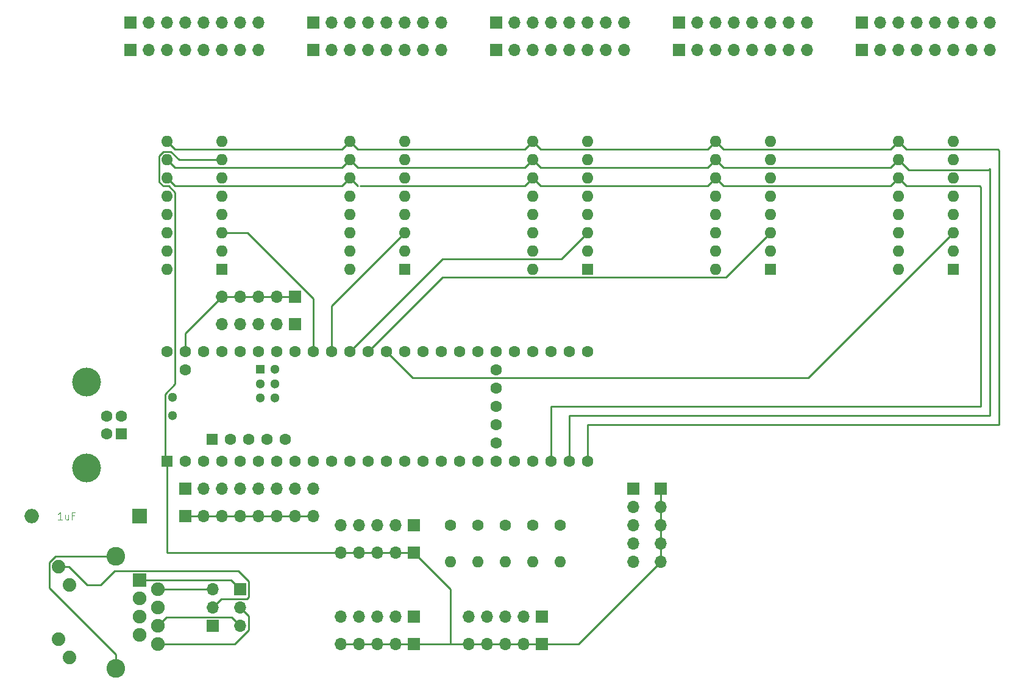
<source format=gbr>
%TF.GenerationSoftware,KiCad,Pcbnew,5.1.8*%
%TF.CreationDate,2020-12-04T02:47:43+00:00*%
%TF.ProjectId,controller_mixer_pcb,636f6e74-726f-46c6-9c65-725f6d697865,rev?*%
%TF.SameCoordinates,Original*%
%TF.FileFunction,Copper,L2,Bot*%
%TF.FilePolarity,Positive*%
%FSLAX46Y46*%
G04 Gerber Fmt 4.6, Leading zero omitted, Abs format (unit mm)*
G04 Created by KiCad (PCBNEW 5.1.8) date 2020-12-04 02:47:43*
%MOMM*%
%LPD*%
G01*
G04 APERTURE LIST*
%TA.AperFunction,NonConductor*%
%ADD10C,0.100000*%
%TD*%
%TA.AperFunction,ComponentPad*%
%ADD11R,1.600000X1.600000*%
%TD*%
%TA.AperFunction,ComponentPad*%
%ADD12O,1.600000X1.600000*%
%TD*%
%TA.AperFunction,ComponentPad*%
%ADD13C,1.600000*%
%TD*%
%TA.AperFunction,ComponentPad*%
%ADD14R,1.300000X1.300000*%
%TD*%
%TA.AperFunction,ComponentPad*%
%ADD15C,1.300000*%
%TD*%
%TA.AperFunction,ComponentPad*%
%ADD16O,1.700000X1.700000*%
%TD*%
%TA.AperFunction,ComponentPad*%
%ADD17R,1.700000X1.700000*%
%TD*%
%TA.AperFunction,ComponentPad*%
%ADD18C,4.000000*%
%TD*%
%TA.AperFunction,ComponentPad*%
%ADD19R,1.900000X1.900000*%
%TD*%
%TA.AperFunction,ComponentPad*%
%ADD20C,1.900000*%
%TD*%
%TA.AperFunction,ComponentPad*%
%ADD21C,1.890000*%
%TD*%
%TA.AperFunction,ComponentPad*%
%ADD22C,2.600000*%
%TD*%
%TA.AperFunction,ComponentPad*%
%ADD23R,2.000000X2.000000*%
%TD*%
%TA.AperFunction,ComponentPad*%
%ADD24O,2.000000X2.000000*%
%TD*%
%TA.AperFunction,Conductor*%
%ADD25C,0.250000*%
%TD*%
G04 APERTURE END LIST*
D10*
X65444761Y-116022380D02*
X64873333Y-116022380D01*
X65159047Y-116022380D02*
X65159047Y-115022380D01*
X65063809Y-115165238D01*
X64968571Y-115260476D01*
X64873333Y-115308095D01*
X66301904Y-115355714D02*
X66301904Y-116022380D01*
X65873333Y-115355714D02*
X65873333Y-115879523D01*
X65920952Y-115974761D01*
X66016190Y-116022380D01*
X66159047Y-116022380D01*
X66254285Y-115974761D01*
X66301904Y-115927142D01*
X67111428Y-115498571D02*
X66778095Y-115498571D01*
X66778095Y-116022380D02*
X66778095Y-115022380D01*
X67254285Y-115022380D01*
D11*
%TO.P,MP2,1*%
%TO.N,Net-(J3-Pad5)*%
X163830000Y-81280000D03*
D12*
%TO.P,MP2,9*%
%TO.N,Net-(MP1-Pad9)*%
X156210000Y-63500000D03*
%TO.P,MP2,2*%
%TO.N,Net-(J3-Pad7)*%
X163830000Y-78740000D03*
%TO.P,MP2,10*%
%TO.N,Net-(MP1-Pad10)*%
X156210000Y-66040000D03*
%TO.P,MP2,3*%
%TO.N,Net-(MP2-Pad3)*%
X163830000Y-76200000D03*
%TO.P,MP2,11*%
%TO.N,Net-(MP1-Pad11)*%
X156210000Y-68580000D03*
%TO.P,MP2,4*%
%TO.N,Net-(J3-Pad8)*%
X163830000Y-73660000D03*
%TO.P,MP2,12*%
%TO.N,Net-(J3-Pad4)*%
X156210000Y-71120000D03*
%TO.P,MP2,5*%
%TO.N,Net-(J3-Pad6)*%
X163830000Y-71120000D03*
%TO.P,MP2,13*%
%TO.N,Net-(J3-Pad1)*%
X156210000Y-73660000D03*
%TO.P,MP2,6*%
%TO.N,Net-(MP2-Pad6)*%
X163830000Y-68580000D03*
%TO.P,MP2,14*%
%TO.N,Net-(J3-Pad2)*%
X156210000Y-76200000D03*
%TO.P,MP2,7*%
%TO.N,Net-(J1-Pad1)*%
X163830000Y-66040000D03*
%TO.P,MP2,15*%
%TO.N,Net-(J3-Pad3)*%
X156210000Y-78740000D03*
%TO.P,MP2,8*%
%TO.N,Net-(J1-Pad1)*%
X163830000Y-63500000D03*
%TO.P,MP2,16*%
%TO.N,Net-(MP1-Pad16)*%
X156210000Y-81280000D03*
%TD*%
%TO.P,MP1,16*%
%TO.N,Net-(MP1-Pad16)*%
X181610000Y-81280000D03*
%TO.P,MP1,8*%
%TO.N,Net-(J1-Pad1)*%
X189230000Y-63500000D03*
%TO.P,MP1,15*%
%TO.N,Net-(J4-Pad3)*%
X181610000Y-78740000D03*
%TO.P,MP1,7*%
%TO.N,Net-(J1-Pad1)*%
X189230000Y-66040000D03*
%TO.P,MP1,14*%
%TO.N,Net-(J4-Pad2)*%
X181610000Y-76200000D03*
%TO.P,MP1,6*%
%TO.N,Net-(MP1-Pad6)*%
X189230000Y-68580000D03*
%TO.P,MP1,13*%
%TO.N,Net-(J4-Pad1)*%
X181610000Y-73660000D03*
%TO.P,MP1,5*%
%TO.N,Net-(J4-Pad6)*%
X189230000Y-71120000D03*
%TO.P,MP1,12*%
%TO.N,Net-(J4-Pad4)*%
X181610000Y-71120000D03*
%TO.P,MP1,4*%
%TO.N,Net-(J4-Pad8)*%
X189230000Y-73660000D03*
%TO.P,MP1,11*%
%TO.N,Net-(MP1-Pad11)*%
X181610000Y-68580000D03*
%TO.P,MP1,3*%
%TO.N,Net-(MP1-Pad3)*%
X189230000Y-76200000D03*
%TO.P,MP1,10*%
%TO.N,Net-(MP1-Pad10)*%
X181610000Y-66040000D03*
%TO.P,MP1,2*%
%TO.N,Net-(J4-Pad7)*%
X189230000Y-78740000D03*
%TO.P,MP1,9*%
%TO.N,Net-(MP1-Pad9)*%
X181610000Y-63500000D03*
D11*
%TO.P,MP1,1*%
%TO.N,Net-(J4-Pad5)*%
X189230000Y-81280000D03*
%TD*%
%TO.P,MP4,1*%
%TO.N,Net-(J9-Pad5)*%
X113030000Y-81280000D03*
D12*
%TO.P,MP4,9*%
%TO.N,Net-(MP1-Pad9)*%
X105410000Y-63500000D03*
%TO.P,MP4,2*%
%TO.N,Net-(J9-Pad7)*%
X113030000Y-78740000D03*
%TO.P,MP4,10*%
%TO.N,Net-(MP1-Pad10)*%
X105410000Y-66040000D03*
%TO.P,MP4,3*%
%TO.N,Net-(MP4-Pad3)*%
X113030000Y-76200000D03*
%TO.P,MP4,11*%
%TO.N,Net-(MP1-Pad11)*%
X105410000Y-68580000D03*
%TO.P,MP4,4*%
%TO.N,Net-(J9-Pad8)*%
X113030000Y-73660000D03*
%TO.P,MP4,12*%
%TO.N,Net-(J9-Pad4)*%
X105410000Y-71120000D03*
%TO.P,MP4,5*%
%TO.N,Net-(J9-Pad6)*%
X113030000Y-71120000D03*
%TO.P,MP4,13*%
%TO.N,Net-(J9-Pad1)*%
X105410000Y-73660000D03*
%TO.P,MP4,6*%
%TO.N,Net-(MP4-Pad6)*%
X113030000Y-68580000D03*
%TO.P,MP4,14*%
%TO.N,Net-(J9-Pad2)*%
X105410000Y-76200000D03*
%TO.P,MP4,7*%
%TO.N,Net-(J1-Pad1)*%
X113030000Y-66040000D03*
%TO.P,MP4,15*%
%TO.N,Net-(J9-Pad3)*%
X105410000Y-78740000D03*
%TO.P,MP4,8*%
%TO.N,Net-(J1-Pad1)*%
X113030000Y-63500000D03*
%TO.P,MP4,16*%
%TO.N,Net-(MP1-Pad16)*%
X105410000Y-81280000D03*
%TD*%
%TO.P,MP3,16*%
%TO.N,Net-(MP1-Pad16)*%
X130810000Y-81280000D03*
%TO.P,MP3,8*%
%TO.N,Net-(J1-Pad1)*%
X138430000Y-63500000D03*
%TO.P,MP3,15*%
%TO.N,Net-(J10-Pad3)*%
X130810000Y-78740000D03*
%TO.P,MP3,7*%
%TO.N,Net-(J1-Pad1)*%
X138430000Y-66040000D03*
%TO.P,MP3,14*%
%TO.N,Net-(J10-Pad2)*%
X130810000Y-76200000D03*
%TO.P,MP3,6*%
%TO.N,Net-(MP3-Pad6)*%
X138430000Y-68580000D03*
%TO.P,MP3,13*%
%TO.N,Net-(J10-Pad1)*%
X130810000Y-73660000D03*
%TO.P,MP3,5*%
%TO.N,Net-(J10-Pad6)*%
X138430000Y-71120000D03*
%TO.P,MP3,12*%
%TO.N,Net-(J10-Pad4)*%
X130810000Y-71120000D03*
%TO.P,MP3,4*%
%TO.N,Net-(J10-Pad8)*%
X138430000Y-73660000D03*
%TO.P,MP3,11*%
%TO.N,Net-(MP1-Pad11)*%
X130810000Y-68580000D03*
%TO.P,MP3,3*%
%TO.N,Net-(MP3-Pad3)*%
X138430000Y-76200000D03*
%TO.P,MP3,10*%
%TO.N,Net-(MP1-Pad10)*%
X130810000Y-66040000D03*
%TO.P,MP3,2*%
%TO.N,Net-(J10-Pad7)*%
X138430000Y-78740000D03*
%TO.P,MP3,9*%
%TO.N,Net-(MP1-Pad9)*%
X130810000Y-63500000D03*
D11*
%TO.P,MP3,1*%
%TO.N,Net-(J10-Pad5)*%
X138430000Y-81280000D03*
%TD*%
%TO.P,MP5,1*%
%TO.N,Net-(J20-Pad5)*%
X87630000Y-81280000D03*
D12*
%TO.P,MP5,9*%
%TO.N,Net-(MP1-Pad9)*%
X80010000Y-63500000D03*
%TO.P,MP5,2*%
%TO.N,Net-(J20-Pad7)*%
X87630000Y-78740000D03*
%TO.P,MP5,10*%
%TO.N,Net-(MP1-Pad10)*%
X80010000Y-66040000D03*
%TO.P,MP5,3*%
%TO.N,Net-(MP5-Pad3)*%
X87630000Y-76200000D03*
%TO.P,MP5,11*%
%TO.N,Net-(MP1-Pad11)*%
X80010000Y-68580000D03*
%TO.P,MP5,4*%
%TO.N,Net-(J20-Pad8)*%
X87630000Y-73660000D03*
%TO.P,MP5,12*%
%TO.N,Net-(J20-Pad4)*%
X80010000Y-71120000D03*
%TO.P,MP5,5*%
%TO.N,Net-(J20-Pad6)*%
X87630000Y-71120000D03*
%TO.P,MP5,13*%
%TO.N,Net-(J20-Pad1)*%
X80010000Y-73660000D03*
%TO.P,MP5,6*%
%TO.N,Net-(MP5-Pad6)*%
X87630000Y-68580000D03*
%TO.P,MP5,14*%
%TO.N,Net-(J20-Pad2)*%
X80010000Y-76200000D03*
%TO.P,MP5,7*%
%TO.N,Net-(J1-Pad1)*%
X87630000Y-66040000D03*
%TO.P,MP5,15*%
%TO.N,Net-(J20-Pad3)*%
X80010000Y-78740000D03*
%TO.P,MP5,8*%
%TO.N,Net-(J1-Pad1)*%
X87630000Y-63500000D03*
%TO.P,MP5,16*%
%TO.N,Net-(MP1-Pad16)*%
X80010000Y-81280000D03*
%TD*%
D13*
%TO.P,U3,49*%
%TO.N,Net-(J11-Pad1)*%
X82550000Y-95250000D03*
%TO.P,U3,59*%
%TO.N,Net-(U3-Pad59)*%
X96469200Y-104899200D03*
%TO.P,U3,58*%
%TO.N,Net-(U3-Pad58)*%
X93929200Y-104899200D03*
%TO.P,U3,57*%
%TO.N,Net-(U3-Pad57)*%
X91389200Y-104899200D03*
%TO.P,U3,56*%
%TO.N,Net-(U3-Pad56)*%
X88849200Y-104899200D03*
D11*
%TO.P,U3,55*%
%TO.N,Net-(U3-Pad55)*%
X86309200Y-104899200D03*
D13*
%TO.P,U3,48*%
%TO.N,Net-(J11-Pad1)*%
X80010000Y-92710000D03*
%TO.P,U3,47*%
%TO.N,Net-(A5-1-Pad1)*%
X82550000Y-92710000D03*
%TO.P,U3,46*%
%TO.N,Net-(MP1-Pad16)*%
X85090000Y-92710000D03*
%TO.P,U3,45*%
%TO.N,Net-(A5-9-Pad5)*%
X87630000Y-92710000D03*
%TO.P,U3,44*%
%TO.N,Net-(A5-9-Pad4)*%
X90170000Y-92710000D03*
%TO.P,U3,43*%
%TO.N,Net-(A5-9-Pad3)*%
X92710000Y-92710000D03*
%TO.P,U3,42*%
%TO.N,Net-(A5-9-Pad2)*%
X95250000Y-92710000D03*
%TO.P,U3,41*%
%TO.N,Net-(A5-9-Pad1)*%
X97790000Y-92710000D03*
%TO.P,U3,40*%
%TO.N,Net-(MP5-Pad3)*%
X100330000Y-92710000D03*
%TO.P,U3,39*%
%TO.N,Net-(MP4-Pad3)*%
X102870000Y-92710000D03*
%TO.P,U3,38*%
%TO.N,Net-(MP3-Pad3)*%
X105410000Y-92710000D03*
%TO.P,U3,37*%
%TO.N,Net-(MP2-Pad3)*%
X107950000Y-92710000D03*
%TO.P,U3,36*%
%TO.N,Net-(MP1-Pad3)*%
X110490000Y-92710000D03*
%TO.P,U3,35*%
%TO.N,Net-(U3-Pad35)*%
X113030000Y-92710000D03*
D11*
%TO.P,U3,1*%
%TO.N,Net-(J1-Pad1)*%
X80010000Y-107950000D03*
D13*
%TO.P,U3,2*%
%TO.N,Net-(D0-7-Pad1)*%
X82550000Y-107950000D03*
%TO.P,U3,3*%
%TO.N,Net-(D0-7-Pad2)*%
X85090000Y-107950000D03*
%TO.P,U3,4*%
%TO.N,Net-(D0-7-Pad3)*%
X87630000Y-107950000D03*
%TO.P,U3,5*%
%TO.N,Net-(D0-7-Pad4)*%
X90170000Y-107950000D03*
%TO.P,U3,6*%
%TO.N,Net-(D0-7-Pad5)*%
X92710000Y-107950000D03*
%TO.P,U3,7*%
%TO.N,Net-(D0-7-Pad6)*%
X95250000Y-107950000D03*
%TO.P,U3,8*%
%TO.N,Net-(D0-7-Pad7)*%
X97790000Y-107950000D03*
%TO.P,U3,9*%
%TO.N,Net-(D0-7-Pad8)*%
X100330000Y-107950000D03*
%TO.P,U3,10*%
%TO.N,Net-(U3-Pad10)*%
X102870000Y-107950000D03*
%TO.P,U3,11*%
%TO.N,Net-(U3-Pad11)*%
X105410000Y-107950000D03*
%TO.P,U3,12*%
%TO.N,Net-(U3-Pad12)*%
X107950000Y-107950000D03*
%TO.P,U3,13*%
%TO.N,Net-(U3-Pad13)*%
X110490000Y-107950000D03*
%TO.P,U3,34*%
%TO.N,Net-(U3-Pad34)*%
X115570000Y-92710000D03*
%TO.P,U3,33*%
%TO.N,Net-(R1-Pad1)*%
X118110000Y-92710000D03*
%TO.P,U3,32*%
%TO.N,Net-(R2-Pad1)*%
X120650000Y-92710000D03*
%TO.P,U3,31*%
%TO.N,Net-(R3-Pad1)*%
X123190000Y-92710000D03*
%TO.P,U3,30*%
%TO.N,Net-(R4-Pad1)*%
X125730000Y-92710000D03*
%TO.P,U3,29*%
%TO.N,Net-(BTNs1-Pad5)*%
X128270000Y-92710000D03*
%TO.P,U3,28*%
%TO.N,Net-(BTNs1-Pad4)*%
X130810000Y-92710000D03*
%TO.P,U3,27*%
%TO.N,Net-(BTNs1-Pad3)*%
X133350000Y-92710000D03*
%TO.P,U3,26*%
%TO.N,Net-(BTNs1-Pad2)*%
X135890000Y-92710000D03*
%TO.P,U3,25*%
%TO.N,Net-(BTNs1-Pad1)*%
X138430000Y-92710000D03*
%TO.P,U3,24*%
%TO.N,Net-(MP1-Pad9)*%
X138430000Y-107950000D03*
%TO.P,U3,23*%
%TO.N,Net-(MP1-Pad10)*%
X135890000Y-107950000D03*
%TO.P,U3,22*%
%TO.N,Net-(MP1-Pad11)*%
X133350000Y-107950000D03*
%TO.P,U3,21*%
%TO.N,Net-(U3-Pad21)*%
X130810000Y-107950000D03*
%TO.P,U3,14*%
%TO.N,Net-(U3-Pad14)*%
X113030000Y-107950000D03*
%TO.P,U3,15*%
%TO.N,Net-(U3-Pad15)*%
X115570000Y-107950000D03*
%TO.P,U3,16*%
%TO.N,Net-(R5-Pad1)*%
X118110000Y-107950000D03*
%TO.P,U3,20*%
%TO.N,Net-(U3-Pad20)*%
X128270000Y-107950000D03*
%TO.P,U3,19*%
%TO.N,Net-(U3-Pad19)*%
X125730000Y-107950000D03*
%TO.P,U3,18*%
%TO.N,Net-(U3-Pad18)*%
X123190000Y-107950000D03*
%TO.P,U3,17*%
%TO.N,Net-(U3-Pad17)*%
X120650000Y-107950000D03*
D14*
%TO.P,U3,60*%
%TO.N,Net-(J13-PadR3)*%
X92980000Y-95148400D03*
D15*
%TO.P,U3,65*%
%TO.N,Net-(J13-PadR6)*%
X94980000Y-95148400D03*
%TO.P,U3,61*%
%TO.N,Net-(J13-PadL4)*%
X92980000Y-97148400D03*
%TO.P,U3,64*%
%TO.N,Net-(C1-Pad2)*%
X94980000Y-97148400D03*
%TO.P,U3,63*%
%TO.N,Net-(J13-PadR1)*%
X94980000Y-99148400D03*
%TO.P,U3,62*%
%TO.N,Net-(J13-PadR2)*%
X92980000Y-99148400D03*
D13*
%TO.P,U3,50*%
%TO.N,Net-(U3-Pad50)*%
X125730000Y-105410000D03*
%TO.P,U3,51*%
%TO.N,Net-(U3-Pad51)*%
X125730000Y-102870000D03*
%TO.P,U3,52*%
%TO.N,Net-(U3-Pad52)*%
X125730000Y-100330000D03*
%TO.P,U3,53*%
%TO.N,Net-(U3-Pad53)*%
X125730000Y-97790000D03*
%TO.P,U3,54*%
%TO.N,Net-(U3-Pad54)*%
X125730000Y-95250000D03*
D15*
%TO.P,U3,66*%
%TO.N,Net-(J11-Pad2)*%
X80740000Y-101600000D03*
%TO.P,U3,67*%
%TO.N,Net-(J11-Pad3)*%
X80740000Y-99060000D03*
%TD*%
D16*
%TO.P,J1,8*%
%TO.N,Net-(J1-Pad1)*%
X168910000Y-46990000D03*
%TO.P,J1,7*%
X166370000Y-46990000D03*
%TO.P,J1,6*%
X163830000Y-46990000D03*
%TO.P,J1,5*%
X161290000Y-46990000D03*
%TO.P,J1,4*%
X158750000Y-46990000D03*
%TO.P,J1,3*%
X156210000Y-46990000D03*
%TO.P,J1,2*%
X153670000Y-46990000D03*
D17*
%TO.P,J1,1*%
X151130000Y-46990000D03*
%TD*%
%TO.P,J2,1*%
%TO.N,Net-(J1-Pad1)*%
X176530000Y-46990000D03*
D16*
%TO.P,J2,2*%
X179070000Y-46990000D03*
%TO.P,J2,3*%
X181610000Y-46990000D03*
%TO.P,J2,4*%
X184150000Y-46990000D03*
%TO.P,J2,5*%
X186690000Y-46990000D03*
%TO.P,J2,6*%
X189230000Y-46990000D03*
%TO.P,J2,7*%
X191770000Y-46990000D03*
%TO.P,J2,8*%
X194310000Y-46990000D03*
%TD*%
D17*
%TO.P,J3,1*%
%TO.N,Net-(J3-Pad1)*%
X151130000Y-50800000D03*
D16*
%TO.P,J3,2*%
%TO.N,Net-(J3-Pad2)*%
X153670000Y-50800000D03*
%TO.P,J3,3*%
%TO.N,Net-(J3-Pad3)*%
X156210000Y-50800000D03*
%TO.P,J3,4*%
%TO.N,Net-(J3-Pad4)*%
X158750000Y-50800000D03*
%TO.P,J3,5*%
%TO.N,Net-(J3-Pad5)*%
X161290000Y-50800000D03*
%TO.P,J3,6*%
%TO.N,Net-(J3-Pad6)*%
X163830000Y-50800000D03*
%TO.P,J3,7*%
%TO.N,Net-(J3-Pad7)*%
X166370000Y-50800000D03*
%TO.P,J3,8*%
%TO.N,Net-(J3-Pad8)*%
X168910000Y-50800000D03*
%TD*%
%TO.P,J4,8*%
%TO.N,Net-(J4-Pad8)*%
X194310000Y-50800000D03*
%TO.P,J4,7*%
%TO.N,Net-(J4-Pad7)*%
X191770000Y-50800000D03*
%TO.P,J4,6*%
%TO.N,Net-(J4-Pad6)*%
X189230000Y-50800000D03*
%TO.P,J4,5*%
%TO.N,Net-(J4-Pad5)*%
X186690000Y-50800000D03*
%TO.P,J4,4*%
%TO.N,Net-(J4-Pad4)*%
X184150000Y-50800000D03*
%TO.P,J4,3*%
%TO.N,Net-(J4-Pad3)*%
X181610000Y-50800000D03*
%TO.P,J4,2*%
%TO.N,Net-(J4-Pad2)*%
X179070000Y-50800000D03*
D17*
%TO.P,J4,1*%
%TO.N,Net-(J4-Pad1)*%
X176530000Y-50800000D03*
%TD*%
%TO.P,J7,1*%
%TO.N,Net-(J1-Pad1)*%
X100330000Y-46990000D03*
D16*
%TO.P,J7,2*%
X102870000Y-46990000D03*
%TO.P,J7,3*%
X105410000Y-46990000D03*
%TO.P,J7,4*%
X107950000Y-46990000D03*
%TO.P,J7,5*%
X110490000Y-46990000D03*
%TO.P,J7,6*%
X113030000Y-46990000D03*
%TO.P,J7,7*%
X115570000Y-46990000D03*
%TO.P,J7,8*%
X118110000Y-46990000D03*
%TD*%
%TO.P,J8,8*%
%TO.N,Net-(J1-Pad1)*%
X143510000Y-46990000D03*
%TO.P,J8,7*%
X140970000Y-46990000D03*
%TO.P,J8,6*%
X138430000Y-46990000D03*
%TO.P,J8,5*%
X135890000Y-46990000D03*
%TO.P,J8,4*%
X133350000Y-46990000D03*
%TO.P,J8,3*%
X130810000Y-46990000D03*
%TO.P,J8,2*%
X128270000Y-46990000D03*
D17*
%TO.P,J8,1*%
X125730000Y-46990000D03*
%TD*%
%TO.P,J9,1*%
%TO.N,Net-(J9-Pad1)*%
X100330000Y-50800000D03*
D16*
%TO.P,J9,2*%
%TO.N,Net-(J9-Pad2)*%
X102870000Y-50800000D03*
%TO.P,J9,3*%
%TO.N,Net-(J9-Pad3)*%
X105410000Y-50800000D03*
%TO.P,J9,4*%
%TO.N,Net-(J9-Pad4)*%
X107950000Y-50800000D03*
%TO.P,J9,5*%
%TO.N,Net-(J9-Pad5)*%
X110490000Y-50800000D03*
%TO.P,J9,6*%
%TO.N,Net-(J9-Pad6)*%
X113030000Y-50800000D03*
%TO.P,J9,7*%
%TO.N,Net-(J9-Pad7)*%
X115570000Y-50800000D03*
%TO.P,J9,8*%
%TO.N,Net-(J9-Pad8)*%
X118110000Y-50800000D03*
%TD*%
D17*
%TO.P,J10,1*%
%TO.N,Net-(J10-Pad1)*%
X125730000Y-50800000D03*
D16*
%TO.P,J10,2*%
%TO.N,Net-(J10-Pad2)*%
X128270000Y-50800000D03*
%TO.P,J10,3*%
%TO.N,Net-(J10-Pad3)*%
X130810000Y-50800000D03*
%TO.P,J10,4*%
%TO.N,Net-(J10-Pad4)*%
X133350000Y-50800000D03*
%TO.P,J10,5*%
%TO.N,Net-(J10-Pad5)*%
X135890000Y-50800000D03*
%TO.P,J10,6*%
%TO.N,Net-(J10-Pad6)*%
X138430000Y-50800000D03*
%TO.P,J10,7*%
%TO.N,Net-(J10-Pad7)*%
X140970000Y-50800000D03*
%TO.P,J10,8*%
%TO.N,Net-(J10-Pad8)*%
X143510000Y-50800000D03*
%TD*%
D17*
%TO.P,LEDs1,1*%
%TO.N,Net-(LEDs1-Pad1)*%
X132080000Y-129540000D03*
D16*
%TO.P,LEDs1,2*%
%TO.N,Net-(LEDs1-Pad2)*%
X129540000Y-129540000D03*
%TO.P,LEDs1,3*%
%TO.N,Net-(LEDs1-Pad3)*%
X127000000Y-129540000D03*
%TO.P,LEDs1,4*%
%TO.N,Net-(LEDs1-Pad4)*%
X124460000Y-129540000D03*
%TO.P,LEDs1,5*%
%TO.N,Net-(LEDs1-Pad5)*%
X121920000Y-129540000D03*
%TD*%
%TO.P,BTNs1,5*%
%TO.N,Net-(BTNs1-Pad5)*%
X144780000Y-121920000D03*
%TO.P,BTNs1,4*%
%TO.N,Net-(BTNs1-Pad4)*%
X144780000Y-119380000D03*
%TO.P,BTNs1,3*%
%TO.N,Net-(BTNs1-Pad3)*%
X144780000Y-116840000D03*
%TO.P,BTNs1,2*%
%TO.N,Net-(BTNs1-Pad2)*%
X144780000Y-114300000D03*
D17*
%TO.P,BTNs1,1*%
%TO.N,Net-(BTNs1-Pad1)*%
X144780000Y-111760000D03*
%TD*%
D16*
%TO.P,J15,5*%
%TO.N,Net-(J1-Pad1)*%
X148590000Y-121920000D03*
%TO.P,J15,4*%
X148590000Y-119380000D03*
%TO.P,J15,3*%
X148590000Y-116840000D03*
%TO.P,J15,2*%
X148590000Y-114300000D03*
D17*
%TO.P,J15,1*%
X148590000Y-111760000D03*
%TD*%
%TO.P,J16,1*%
%TO.N,Net-(J1-Pad1)*%
X132080000Y-133350000D03*
D16*
%TO.P,J16,2*%
X129540000Y-133350000D03*
%TO.P,J16,3*%
X127000000Y-133350000D03*
%TO.P,J16,4*%
X124460000Y-133350000D03*
%TO.P,J16,5*%
X121920000Y-133350000D03*
%TD*%
%TO.P,J19,8*%
%TO.N,Net-(J1-Pad1)*%
X92710000Y-46990000D03*
%TO.P,J19,7*%
X90170000Y-46990000D03*
%TO.P,J19,6*%
X87630000Y-46990000D03*
%TO.P,J19,5*%
X85090000Y-46990000D03*
%TO.P,J19,4*%
X82550000Y-46990000D03*
%TO.P,J19,3*%
X80010000Y-46990000D03*
%TO.P,J19,2*%
X77470000Y-46990000D03*
D17*
%TO.P,J19,1*%
X74930000Y-46990000D03*
%TD*%
D16*
%TO.P,J20,8*%
%TO.N,Net-(J20-Pad8)*%
X92710000Y-50800000D03*
%TO.P,J20,7*%
%TO.N,Net-(J20-Pad7)*%
X90170000Y-50800000D03*
%TO.P,J20,6*%
%TO.N,Net-(J20-Pad6)*%
X87630000Y-50800000D03*
%TO.P,J20,5*%
%TO.N,Net-(J20-Pad5)*%
X85090000Y-50800000D03*
%TO.P,J20,4*%
%TO.N,Net-(J20-Pad4)*%
X82550000Y-50800000D03*
%TO.P,J20,3*%
%TO.N,Net-(J20-Pad3)*%
X80010000Y-50800000D03*
%TO.P,J20,2*%
%TO.N,Net-(J20-Pad2)*%
X77470000Y-50800000D03*
D17*
%TO.P,J20,1*%
%TO.N,Net-(J20-Pad1)*%
X74930000Y-50800000D03*
%TD*%
D16*
%TO.P,T+|GND|R-1,3*%
%TO.N,Net-(J13-PadR6)*%
X90170000Y-130810000D03*
%TO.P,T+|GND|R-1,2*%
%TO.N,Net-(C1-Pad2)*%
X90170000Y-128270000D03*
D17*
%TO.P,T+|GND|R-1,1*%
%TO.N,Net-(J13-PadR1)*%
X90170000Y-125730000D03*
%TD*%
D16*
%TO.P,R+|LED|T-1,3*%
%TO.N,Net-(J13-PadR2)*%
X86360000Y-125730000D03*
%TO.P,R+|LED|T-1,2*%
%TO.N,Net-(J13-PadL4)*%
X86360000Y-128270000D03*
D17*
%TO.P,R+|LED|T-1,1*%
%TO.N,Net-(J13-PadR3)*%
X86360000Y-130810000D03*
%TD*%
%TO.P,J5,1*%
%TO.N,Net-(J1-Pad1)*%
X114300000Y-133350000D03*
D16*
%TO.P,J5,2*%
X111760000Y-133350000D03*
%TO.P,J5,3*%
X109220000Y-133350000D03*
%TO.P,J5,4*%
X106680000Y-133350000D03*
%TO.P,J5,5*%
X104140000Y-133350000D03*
%TD*%
%TO.P,J6,5*%
%TO.N,Net-(J1-Pad1)*%
X104140000Y-120650000D03*
%TO.P,J6,4*%
X106680000Y-120650000D03*
%TO.P,J6,3*%
X109220000Y-120650000D03*
%TO.P,J6,2*%
X111760000Y-120650000D03*
D17*
%TO.P,J6,1*%
X114300000Y-120650000D03*
%TD*%
%TO.P,VUs1,1*%
%TO.N,Net-(U3-Pad14)*%
X114300000Y-116840000D03*
D16*
%TO.P,VUs1,2*%
%TO.N,Net-(U3-Pad13)*%
X111760000Y-116840000D03*
%TO.P,VUs1,3*%
%TO.N,Net-(U3-Pad12)*%
X109220000Y-116840000D03*
%TO.P,VUs1,4*%
%TO.N,Net-(U3-Pad11)*%
X106680000Y-116840000D03*
%TO.P,VUs1,5*%
%TO.N,Net-(U3-Pad10)*%
X104140000Y-116840000D03*
%TD*%
%TO.P,VUVs1,5*%
%TO.N,Net-(J11-Pad1)*%
X104140000Y-129540000D03*
%TO.P,VUVs1,4*%
X106680000Y-129540000D03*
%TO.P,VUVs1,3*%
X109220000Y-129540000D03*
%TO.P,VUVs1,2*%
X111760000Y-129540000D03*
D17*
%TO.P,VUVs1,1*%
X114300000Y-129540000D03*
%TD*%
D13*
%TO.P,R1,1*%
%TO.N,Net-(R1-Pad1)*%
X123190000Y-116840000D03*
D12*
%TO.P,R1,2*%
%TO.N,Net-(LEDs1-Pad5)*%
X123190000Y-121920000D03*
%TD*%
%TO.P,R2,2*%
%TO.N,Net-(LEDs1-Pad4)*%
X127000000Y-121920000D03*
D13*
%TO.P,R2,1*%
%TO.N,Net-(R2-Pad1)*%
X127000000Y-116840000D03*
%TD*%
%TO.P,R3,1*%
%TO.N,Net-(R3-Pad1)*%
X130810000Y-116840000D03*
D12*
%TO.P,R3,2*%
%TO.N,Net-(LEDs1-Pad3)*%
X130810000Y-121920000D03*
%TD*%
%TO.P,R4,2*%
%TO.N,Net-(LEDs1-Pad2)*%
X134620000Y-121920000D03*
D13*
%TO.P,R4,1*%
%TO.N,Net-(R4-Pad1)*%
X134620000Y-116840000D03*
%TD*%
%TO.P,R5,1*%
%TO.N,Net-(R5-Pad1)*%
X119380000Y-116840000D03*
D12*
%TO.P,R5,2*%
%TO.N,Net-(LEDs1-Pad1)*%
X119380000Y-121920000D03*
%TD*%
D17*
%TO.P,D0-7,1*%
%TO.N,Net-(D0-7-Pad1)*%
X82550000Y-111760000D03*
D16*
%TO.P,D0-7,2*%
%TO.N,Net-(D0-7-Pad2)*%
X85090000Y-111760000D03*
%TO.P,D0-7,3*%
%TO.N,Net-(D0-7-Pad3)*%
X87630000Y-111760000D03*
%TO.P,D0-7,4*%
%TO.N,Net-(D0-7-Pad4)*%
X90170000Y-111760000D03*
%TO.P,D0-7,5*%
%TO.N,Net-(D0-7-Pad5)*%
X92710000Y-111760000D03*
%TO.P,D0-7,6*%
%TO.N,Net-(D0-7-Pad6)*%
X95250000Y-111760000D03*
%TO.P,D0-7,7*%
%TO.N,Net-(D0-7-Pad7)*%
X97790000Y-111760000D03*
%TO.P,D0-7,8*%
%TO.N,Net-(D0-7-Pad8)*%
X100330000Y-111760000D03*
%TD*%
D17*
%TO.P,A5-9,1*%
%TO.N,Net-(A5-9-Pad1)*%
X97790000Y-88900000D03*
D16*
%TO.P,A5-9,2*%
%TO.N,Net-(A5-9-Pad2)*%
X95250000Y-88900000D03*
%TO.P,A5-9,3*%
%TO.N,Net-(A5-9-Pad3)*%
X92710000Y-88900000D03*
%TO.P,A5-9,4*%
%TO.N,Net-(A5-9-Pad4)*%
X90170000Y-88900000D03*
%TO.P,A5-9,5*%
%TO.N,Net-(A5-9-Pad5)*%
X87630000Y-88900000D03*
%TD*%
D11*
%TO.P,J11,1*%
%TO.N,Net-(J11-Pad1)*%
X73660000Y-104140000D03*
D13*
%TO.P,J11,2*%
%TO.N,Net-(J11-Pad2)*%
X73660000Y-101640000D03*
%TO.P,J11,3*%
%TO.N,Net-(J11-Pad3)*%
X71660000Y-101640000D03*
%TO.P,J11,4*%
%TO.N,Net-(A5-1-Pad1)*%
X71660000Y-104140000D03*
D18*
%TO.P,J11,5*%
X68800000Y-96890000D03*
X68800000Y-108890000D03*
%TD*%
D17*
%TO.P,A5-1,1*%
%TO.N,Net-(A5-1-Pad1)*%
X97790000Y-85090000D03*
D16*
%TO.P,A5-1,2*%
X95250000Y-85090000D03*
%TO.P,A5-1,3*%
X92710000Y-85090000D03*
%TO.P,A5-1,4*%
X90170000Y-85090000D03*
%TO.P,A5-1,5*%
X87630000Y-85090000D03*
%TD*%
D17*
%TO.P,J12,1*%
%TO.N,Net-(A5-1-Pad1)*%
X82550000Y-115570000D03*
D16*
%TO.P,J12,2*%
X85090000Y-115570000D03*
%TO.P,J12,3*%
X87630000Y-115570000D03*
%TO.P,J12,4*%
X90170000Y-115570000D03*
%TO.P,J12,5*%
X92710000Y-115570000D03*
%TO.P,J12,6*%
X95250000Y-115570000D03*
%TO.P,J12,7*%
X97790000Y-115570000D03*
%TO.P,J12,8*%
X100330000Y-115570000D03*
%TD*%
D19*
%TO.P,J13,R1*%
%TO.N,Net-(J13-PadR1)*%
X76200000Y-124460000D03*
D20*
%TO.P,J13,R2*%
%TO.N,Net-(J13-PadR2)*%
X78740000Y-125730000D03*
%TO.P,J13,R3*%
%TO.N,Net-(J13-PadR3)*%
X76200000Y-127000000D03*
%TO.P,J13,R4*%
%TO.N,Net-(C1-Pad1)*%
X78740000Y-128270000D03*
%TO.P,J13,R5*%
X76200000Y-129540000D03*
%TO.P,J13,R6*%
%TO.N,Net-(J13-PadR6)*%
X78740000Y-130810000D03*
%TO.P,J13,R7*%
%TO.N,Net-(J13-PadR7)*%
X76200000Y-132080000D03*
%TO.P,J13,R8*%
%TO.N,Net-(C1-Pad2)*%
X78740000Y-133350000D03*
D21*
%TO.P,J13,L1*%
%TO.N,Net-(J13-PadL1)*%
X66480000Y-135230000D03*
%TO.P,J13,L2*%
%TO.N,Net-(J13-PadL2)*%
X64960000Y-132690000D03*
%TO.P,J13,L3*%
%TO.N,Net-(C1-Pad2)*%
X66480000Y-125120000D03*
%TO.P,J13,L4*%
%TO.N,Net-(J13-PadL4)*%
X64960000Y-122580000D03*
D22*
%TO.P,J13,13*%
%TO.N,Net-(J13-Pad13)*%
X72910000Y-121130000D03*
X72910000Y-136680000D03*
%TD*%
D23*
%TO.P,C1,1*%
%TO.N,Net-(C1-Pad1)*%
X76200000Y-115570000D03*
D24*
%TO.P,C1,2*%
%TO.N,Net-(C1-Pad2)*%
X61200000Y-115570000D03*
%TD*%
D25*
%TO.N,Net-(J1-Pad1)*%
X80010000Y-107950000D02*
X80010000Y-120650000D01*
X81280000Y-120650000D02*
X104140000Y-120650000D01*
X104140000Y-120650000D02*
X114300000Y-120650000D01*
X148590000Y-121920000D02*
X148590000Y-111760000D01*
X137160000Y-133350000D02*
X148590000Y-121920000D01*
X132080000Y-133350000D02*
X137160000Y-133350000D01*
X79469999Y-64914999D02*
X80550001Y-64914999D01*
X78884999Y-65499999D02*
X79469999Y-64914999D01*
X79469999Y-69705001D02*
X78884999Y-69120001D01*
X78884999Y-69120001D02*
X78884999Y-65499999D01*
X80260003Y-69705001D02*
X79469999Y-69705001D01*
X81675002Y-66040000D02*
X87630000Y-66040000D01*
X81135001Y-70579999D02*
X80260003Y-69705001D01*
X79764999Y-107704999D02*
X79764999Y-98591999D01*
X80550001Y-64914999D02*
X81675002Y-66040000D01*
X79764999Y-98591999D02*
X81135001Y-97221997D01*
X80010000Y-107950000D02*
X79764999Y-107704999D01*
X114205001Y-133255001D02*
X114300000Y-133350000D01*
X81280000Y-120650000D02*
X80010000Y-120650000D01*
X81135001Y-73515001D02*
X81135001Y-70579999D01*
X81135001Y-97221997D02*
X81135001Y-73515001D01*
X81135001Y-73515001D02*
X81135001Y-73119999D01*
X119380000Y-125730000D02*
X119380000Y-133350000D01*
X114300000Y-120650000D02*
X119380000Y-125730000D01*
X119380000Y-133350000D02*
X132080000Y-133350000D01*
X119380000Y-133350000D02*
X104140000Y-133350000D01*
%TO.N,Net-(MP1-Pad11)*%
X104284999Y-69705001D02*
X105410000Y-68580000D01*
X80010000Y-68580000D02*
X81135001Y-69705001D01*
X129684999Y-69705001D02*
X130810000Y-68580000D01*
X105410000Y-68580000D02*
X106535001Y-69705001D01*
X155084999Y-69705001D02*
X156210000Y-68580000D01*
X130810000Y-68580000D02*
X131935001Y-69705001D01*
X180484999Y-69705001D02*
X181610000Y-68580000D01*
X157335001Y-69705001D02*
X180484999Y-69705001D01*
X156210000Y-68580000D02*
X157335001Y-69705001D01*
X81135001Y-69705001D02*
X104284999Y-69705001D01*
X193040000Y-69850000D02*
X192895001Y-69705001D01*
X182735001Y-69705001D02*
X181610000Y-68580000D01*
X193040000Y-100330000D02*
X193040000Y-69850000D01*
X192895001Y-69705001D02*
X182735001Y-69705001D01*
X133350000Y-100330000D02*
X193040000Y-100330000D01*
X133350000Y-107950000D02*
X133350000Y-100330000D01*
X133494999Y-69705001D02*
X131935001Y-69705001D01*
X133205001Y-69705001D02*
X133494999Y-69705001D01*
X133494999Y-69705001D02*
X155084999Y-69705001D01*
X129684999Y-69705001D02*
X106824999Y-69705001D01*
%TO.N,Net-(MP1-Pad3)*%
X169054999Y-96375001D02*
X189230000Y-76200000D01*
X114155001Y-96375001D02*
X169054999Y-96375001D01*
X110490000Y-92710000D02*
X114155001Y-96375001D01*
%TO.N,Net-(MP1-Pad10)*%
X104284999Y-67165001D02*
X105410000Y-66040000D01*
X80010000Y-66040000D02*
X81135001Y-67165001D01*
X129684999Y-67165001D02*
X130810000Y-66040000D01*
X105410000Y-66040000D02*
X106535001Y-67165001D01*
X155084999Y-67165001D02*
X156210000Y-66040000D01*
X130810000Y-66040000D02*
X131935001Y-67165001D01*
X180484999Y-67165001D02*
X181610000Y-66040000D01*
X157335001Y-67165001D02*
X180484999Y-67165001D01*
X156210000Y-66040000D02*
X157335001Y-67165001D01*
X135890000Y-107950000D02*
X135890000Y-101600000D01*
X135890000Y-101600000D02*
X194310000Y-101600000D01*
X194165001Y-67454999D02*
X194310000Y-67310000D01*
X181610000Y-66040000D02*
X183024999Y-67454999D01*
X183024999Y-67454999D02*
X194165001Y-67454999D01*
X81135001Y-67165001D02*
X104284999Y-67165001D01*
X194310000Y-71120000D02*
X194310000Y-67310000D01*
X194310000Y-101600000D02*
X194310000Y-71120000D01*
X194310000Y-71120000D02*
X194310000Y-69850000D01*
X133494999Y-67165001D02*
X131935001Y-67165001D01*
X133205001Y-67165001D02*
X133494999Y-67165001D01*
X133494999Y-67165001D02*
X155084999Y-67165001D01*
X129684999Y-67165001D02*
X106535001Y-67165001D01*
%TO.N,Net-(MP1-Pad9)*%
X104284999Y-64625001D02*
X105410000Y-63500000D01*
X80010000Y-63500000D02*
X81135001Y-64625001D01*
X129684999Y-64625001D02*
X130810000Y-63500000D01*
X105410000Y-63500000D02*
X106535001Y-64625001D01*
X155084999Y-64625001D02*
X156210000Y-63500000D01*
X130810000Y-63500000D02*
X131935001Y-64625001D01*
X180484999Y-64625001D02*
X181610000Y-63500000D01*
X157335001Y-64625001D02*
X180484999Y-64625001D01*
X156210000Y-63500000D02*
X157335001Y-64625001D01*
X182735001Y-64625001D02*
X195435001Y-64625001D01*
X181610000Y-63500000D02*
X182735001Y-64625001D01*
X195580000Y-102870000D02*
X138430000Y-102870000D01*
X195580000Y-100966410D02*
X195580000Y-102870000D01*
X138430000Y-102870000D02*
X138430000Y-107950000D01*
X195580000Y-64770000D02*
X195435001Y-64625001D01*
X195580000Y-68580000D02*
X195580000Y-64770000D01*
X195580000Y-67310000D02*
X195580000Y-68580000D01*
X195580000Y-68580000D02*
X195580000Y-100966410D01*
X133494999Y-64625001D02*
X131935001Y-64625001D01*
X133205001Y-64625001D02*
X133494999Y-64625001D01*
X133494999Y-64625001D02*
X155084999Y-64625001D01*
X129684999Y-64625001D02*
X106535001Y-64625001D01*
X104284999Y-64625001D02*
X81135001Y-64625001D01*
%TO.N,Net-(MP2-Pad3)*%
X157624999Y-82405001D02*
X163830000Y-76200000D01*
X118254999Y-82405001D02*
X157624999Y-82405001D01*
X107950000Y-92710000D02*
X118254999Y-82405001D01*
%TO.N,Net-(MP3-Pad3)*%
X134764999Y-79865001D02*
X138430000Y-76200000D01*
X118254999Y-79865001D02*
X134764999Y-79865001D01*
X105410000Y-92710000D02*
X118254999Y-79865001D01*
%TO.N,Net-(MP4-Pad3)*%
X102870000Y-86360000D02*
X113030000Y-76200000D01*
X102870000Y-92710000D02*
X102870000Y-86360000D01*
%TO.N,Net-(MP5-Pad3)*%
X87630000Y-76338630D02*
X87630000Y-76200000D01*
X87630000Y-76454998D02*
X87630000Y-76200000D01*
X91185002Y-76200000D02*
X87630000Y-76200000D01*
X100330000Y-85344998D02*
X91185002Y-76200000D01*
X100330000Y-92710000D02*
X100330000Y-85344998D01*
%TO.N,Net-(A5-1-Pad1)*%
X82550000Y-115570000D02*
X100330000Y-115570000D01*
X82550000Y-90170000D02*
X87630000Y-85090000D01*
X82550000Y-92710000D02*
X82550000Y-90170000D01*
X87630000Y-85090000D02*
X97790000Y-85090000D01*
%TO.N,Net-(J13-PadR1)*%
X76205001Y-124454999D02*
X76200000Y-124460000D01*
X88894999Y-124454999D02*
X76205001Y-124454999D01*
X90170000Y-125730000D02*
X88894999Y-124454999D01*
%TO.N,Net-(J13-PadR2)*%
X86360000Y-125730000D02*
X78740000Y-125730000D01*
%TO.N,Net-(J13-PadR6)*%
X79915001Y-129634999D02*
X78740000Y-130810000D01*
X88994999Y-129634999D02*
X79915001Y-129634999D01*
X90170000Y-130810000D02*
X88994999Y-129634999D01*
%TO.N,Net-(C1-Pad2)*%
X89369002Y-133350000D02*
X78740000Y-133350000D01*
X91345001Y-131374001D02*
X89369002Y-133350000D01*
X91345001Y-129445001D02*
X91345001Y-131374001D01*
X90170000Y-128270000D02*
X91345001Y-129445001D01*
%TO.N,Net-(J13-PadL4)*%
X66363998Y-122580000D02*
X64960000Y-122580000D01*
X68923999Y-125140001D02*
X66363998Y-122580000D01*
X70796001Y-125140001D02*
X68923999Y-125140001D01*
X72751003Y-123184999D02*
X70796001Y-125140001D01*
X89910001Y-123184999D02*
X72751003Y-123184999D01*
X91345001Y-124619999D02*
X89910001Y-123184999D01*
X91345001Y-126840001D02*
X91345001Y-124619999D01*
X87535001Y-127094999D02*
X91090003Y-127094999D01*
X91090003Y-127094999D02*
X91345001Y-126840001D01*
X86360000Y-128270000D02*
X87535001Y-127094999D01*
%TO.N,Net-(J13-Pad13)*%
X72910000Y-134783998D02*
X72910000Y-136680000D01*
X63689999Y-125563997D02*
X72910000Y-134783998D01*
X63689999Y-121970399D02*
X63689999Y-125563997D01*
X64530398Y-121130000D02*
X63689999Y-121970399D01*
X72910000Y-121130000D02*
X64530398Y-121130000D01*
%TD*%
M02*

</source>
